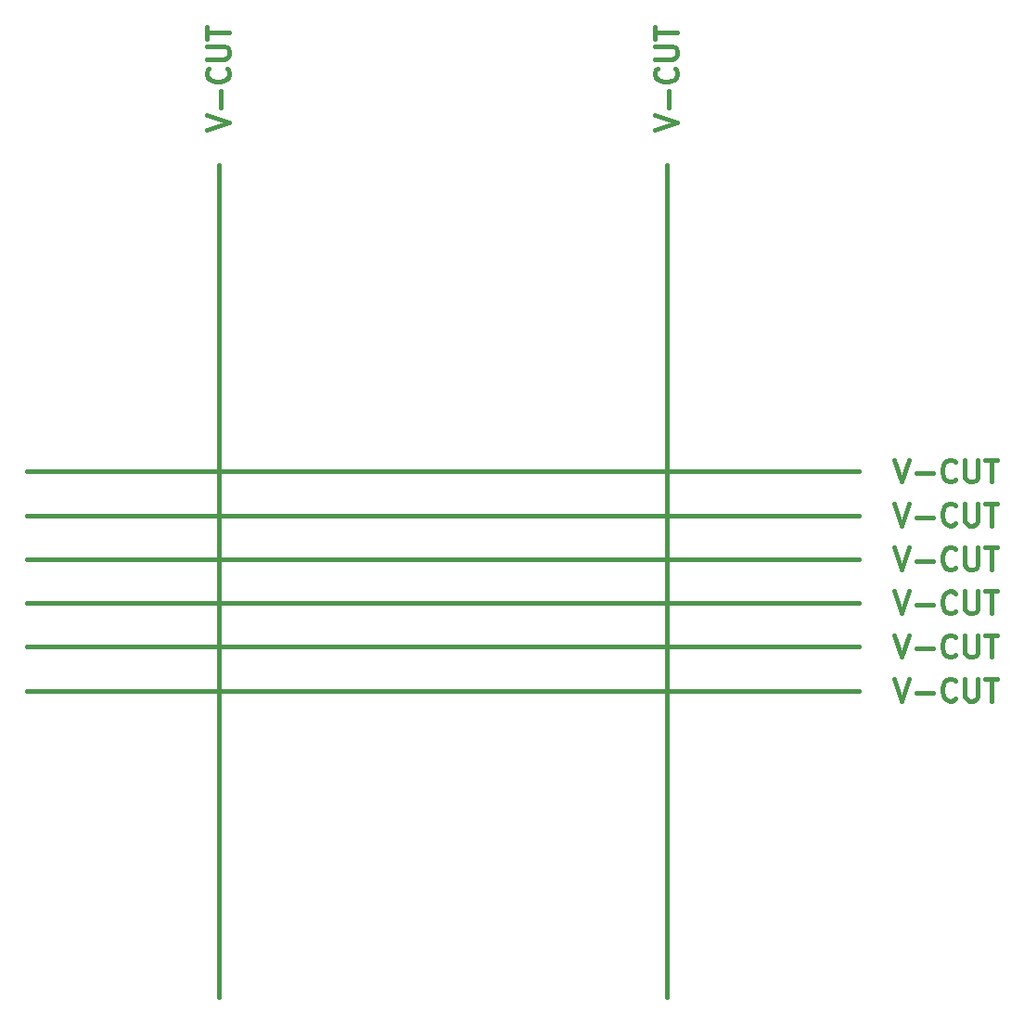
<source format=gbr>
G04 #@! TF.GenerationSoftware,KiCad,Pcbnew,7.0.2-6a45011f42~172~ubuntu22.04.1*
G04 #@! TF.CreationDate,2023-07-03T20:32:52+08:00*
G04 #@! TF.ProjectId,panel_5_1,70616e65-6c5f-4355-9f31-2e6b69636164,rev?*
G04 #@! TF.SameCoordinates,Original*
G04 #@! TF.FileFunction,Other,Comment*
%FSLAX46Y46*%
G04 Gerber Fmt 4.6, Leading zero omitted, Abs format (unit mm)*
G04 Created by KiCad (PCBNEW 7.0.2-6a45011f42~172~ubuntu22.04.1) date 2023-07-03 20:32:52*
%MOMM*%
%LPD*%
G01*
G04 APERTURE LIST*
%ADD10C,0.400000*%
G04 APERTURE END LIST*
D10*
X-3000000Y-25000000D02*
X73000000Y-25000000D01*
X14550000Y3000000D02*
X14550000Y-73000000D01*
X-3000000Y-29000000D02*
X73000000Y-29000000D01*
X-3000000Y-45000000D02*
X73000000Y-45000000D01*
X55450000Y3000000D02*
X55450000Y-73000000D01*
X-3000000Y-41000000D02*
X73000000Y-41000000D01*
X-3000000Y-33000000D02*
X73000000Y-33000000D01*
X-3000000Y-37000000D02*
X73000000Y-37000000D01*
X76190476Y-23925238D02*
X76857142Y-25925238D01*
X76857142Y-25925238D02*
X77523809Y-23925238D01*
X78190476Y-25163333D02*
X79714286Y-25163333D01*
X81809523Y-25734761D02*
X81714285Y-25830000D01*
X81714285Y-25830000D02*
X81428571Y-25925238D01*
X81428571Y-25925238D02*
X81238095Y-25925238D01*
X81238095Y-25925238D02*
X80952380Y-25830000D01*
X80952380Y-25830000D02*
X80761904Y-25639523D01*
X80761904Y-25639523D02*
X80666666Y-25449047D01*
X80666666Y-25449047D02*
X80571428Y-25068095D01*
X80571428Y-25068095D02*
X80571428Y-24782380D01*
X80571428Y-24782380D02*
X80666666Y-24401428D01*
X80666666Y-24401428D02*
X80761904Y-24210952D01*
X80761904Y-24210952D02*
X80952380Y-24020476D01*
X80952380Y-24020476D02*
X81238095Y-23925238D01*
X81238095Y-23925238D02*
X81428571Y-23925238D01*
X81428571Y-23925238D02*
X81714285Y-24020476D01*
X81714285Y-24020476D02*
X81809523Y-24115714D01*
X82666666Y-23925238D02*
X82666666Y-25544285D01*
X82666666Y-25544285D02*
X82761904Y-25734761D01*
X82761904Y-25734761D02*
X82857142Y-25830000D01*
X82857142Y-25830000D02*
X83047618Y-25925238D01*
X83047618Y-25925238D02*
X83428571Y-25925238D01*
X83428571Y-25925238D02*
X83619047Y-25830000D01*
X83619047Y-25830000D02*
X83714285Y-25734761D01*
X83714285Y-25734761D02*
X83809523Y-25544285D01*
X83809523Y-25544285D02*
X83809523Y-23925238D01*
X84476190Y-23925238D02*
X85619047Y-23925238D01*
X85047618Y-25925238D02*
X85047618Y-23925238D01*
X76190476Y-39925238D02*
X76857142Y-41925238D01*
X76857142Y-41925238D02*
X77523809Y-39925238D01*
X78190476Y-41163333D02*
X79714286Y-41163333D01*
X81809523Y-41734761D02*
X81714285Y-41830000D01*
X81714285Y-41830000D02*
X81428571Y-41925238D01*
X81428571Y-41925238D02*
X81238095Y-41925238D01*
X81238095Y-41925238D02*
X80952380Y-41830000D01*
X80952380Y-41830000D02*
X80761904Y-41639523D01*
X80761904Y-41639523D02*
X80666666Y-41449047D01*
X80666666Y-41449047D02*
X80571428Y-41068095D01*
X80571428Y-41068095D02*
X80571428Y-40782380D01*
X80571428Y-40782380D02*
X80666666Y-40401428D01*
X80666666Y-40401428D02*
X80761904Y-40210952D01*
X80761904Y-40210952D02*
X80952380Y-40020476D01*
X80952380Y-40020476D02*
X81238095Y-39925238D01*
X81238095Y-39925238D02*
X81428571Y-39925238D01*
X81428571Y-39925238D02*
X81714285Y-40020476D01*
X81714285Y-40020476D02*
X81809523Y-40115714D01*
X82666666Y-39925238D02*
X82666666Y-41544285D01*
X82666666Y-41544285D02*
X82761904Y-41734761D01*
X82761904Y-41734761D02*
X82857142Y-41830000D01*
X82857142Y-41830000D02*
X83047618Y-41925238D01*
X83047618Y-41925238D02*
X83428571Y-41925238D01*
X83428571Y-41925238D02*
X83619047Y-41830000D01*
X83619047Y-41830000D02*
X83714285Y-41734761D01*
X83714285Y-41734761D02*
X83809523Y-41544285D01*
X83809523Y-41544285D02*
X83809523Y-39925238D01*
X84476190Y-39925238D02*
X85619047Y-39925238D01*
X85047618Y-41925238D02*
X85047618Y-39925238D01*
X76190476Y-27925238D02*
X76857142Y-29925238D01*
X76857142Y-29925238D02*
X77523809Y-27925238D01*
X78190476Y-29163333D02*
X79714286Y-29163333D01*
X81809523Y-29734761D02*
X81714285Y-29830000D01*
X81714285Y-29830000D02*
X81428571Y-29925238D01*
X81428571Y-29925238D02*
X81238095Y-29925238D01*
X81238095Y-29925238D02*
X80952380Y-29830000D01*
X80952380Y-29830000D02*
X80761904Y-29639523D01*
X80761904Y-29639523D02*
X80666666Y-29449047D01*
X80666666Y-29449047D02*
X80571428Y-29068095D01*
X80571428Y-29068095D02*
X80571428Y-28782380D01*
X80571428Y-28782380D02*
X80666666Y-28401428D01*
X80666666Y-28401428D02*
X80761904Y-28210952D01*
X80761904Y-28210952D02*
X80952380Y-28020476D01*
X80952380Y-28020476D02*
X81238095Y-27925238D01*
X81238095Y-27925238D02*
X81428571Y-27925238D01*
X81428571Y-27925238D02*
X81714285Y-28020476D01*
X81714285Y-28020476D02*
X81809523Y-28115714D01*
X82666666Y-27925238D02*
X82666666Y-29544285D01*
X82666666Y-29544285D02*
X82761904Y-29734761D01*
X82761904Y-29734761D02*
X82857142Y-29830000D01*
X82857142Y-29830000D02*
X83047618Y-29925238D01*
X83047618Y-29925238D02*
X83428571Y-29925238D01*
X83428571Y-29925238D02*
X83619047Y-29830000D01*
X83619047Y-29830000D02*
X83714285Y-29734761D01*
X83714285Y-29734761D02*
X83809523Y-29544285D01*
X83809523Y-29544285D02*
X83809523Y-27925238D01*
X84476190Y-27925238D02*
X85619047Y-27925238D01*
X85047618Y-29925238D02*
X85047618Y-27925238D01*
X76190476Y-43925238D02*
X76857142Y-45925238D01*
X76857142Y-45925238D02*
X77523809Y-43925238D01*
X78190476Y-45163333D02*
X79714286Y-45163333D01*
X81809523Y-45734761D02*
X81714285Y-45830000D01*
X81714285Y-45830000D02*
X81428571Y-45925238D01*
X81428571Y-45925238D02*
X81238095Y-45925238D01*
X81238095Y-45925238D02*
X80952380Y-45830000D01*
X80952380Y-45830000D02*
X80761904Y-45639523D01*
X80761904Y-45639523D02*
X80666666Y-45449047D01*
X80666666Y-45449047D02*
X80571428Y-45068095D01*
X80571428Y-45068095D02*
X80571428Y-44782380D01*
X80571428Y-44782380D02*
X80666666Y-44401428D01*
X80666666Y-44401428D02*
X80761904Y-44210952D01*
X80761904Y-44210952D02*
X80952380Y-44020476D01*
X80952380Y-44020476D02*
X81238095Y-43925238D01*
X81238095Y-43925238D02*
X81428571Y-43925238D01*
X81428571Y-43925238D02*
X81714285Y-44020476D01*
X81714285Y-44020476D02*
X81809523Y-44115714D01*
X82666666Y-43925238D02*
X82666666Y-45544285D01*
X82666666Y-45544285D02*
X82761904Y-45734761D01*
X82761904Y-45734761D02*
X82857142Y-45830000D01*
X82857142Y-45830000D02*
X83047618Y-45925238D01*
X83047618Y-45925238D02*
X83428571Y-45925238D01*
X83428571Y-45925238D02*
X83619047Y-45830000D01*
X83619047Y-45830000D02*
X83714285Y-45734761D01*
X83714285Y-45734761D02*
X83809523Y-45544285D01*
X83809523Y-45544285D02*
X83809523Y-43925238D01*
X84476190Y-43925238D02*
X85619047Y-43925238D01*
X85047618Y-45925238D02*
X85047618Y-43925238D01*
X76190476Y-35925238D02*
X76857142Y-37925238D01*
X76857142Y-37925238D02*
X77523809Y-35925238D01*
X78190476Y-37163333D02*
X79714286Y-37163333D01*
X81809523Y-37734761D02*
X81714285Y-37830000D01*
X81714285Y-37830000D02*
X81428571Y-37925238D01*
X81428571Y-37925238D02*
X81238095Y-37925238D01*
X81238095Y-37925238D02*
X80952380Y-37830000D01*
X80952380Y-37830000D02*
X80761904Y-37639523D01*
X80761904Y-37639523D02*
X80666666Y-37449047D01*
X80666666Y-37449047D02*
X80571428Y-37068095D01*
X80571428Y-37068095D02*
X80571428Y-36782380D01*
X80571428Y-36782380D02*
X80666666Y-36401428D01*
X80666666Y-36401428D02*
X80761904Y-36210952D01*
X80761904Y-36210952D02*
X80952380Y-36020476D01*
X80952380Y-36020476D02*
X81238095Y-35925238D01*
X81238095Y-35925238D02*
X81428571Y-35925238D01*
X81428571Y-35925238D02*
X81714285Y-36020476D01*
X81714285Y-36020476D02*
X81809523Y-36115714D01*
X82666666Y-35925238D02*
X82666666Y-37544285D01*
X82666666Y-37544285D02*
X82761904Y-37734761D01*
X82761904Y-37734761D02*
X82857142Y-37830000D01*
X82857142Y-37830000D02*
X83047618Y-37925238D01*
X83047618Y-37925238D02*
X83428571Y-37925238D01*
X83428571Y-37925238D02*
X83619047Y-37830000D01*
X83619047Y-37830000D02*
X83714285Y-37734761D01*
X83714285Y-37734761D02*
X83809523Y-37544285D01*
X83809523Y-37544285D02*
X83809523Y-35925238D01*
X84476190Y-35925238D02*
X85619047Y-35925238D01*
X85047618Y-37925238D02*
X85047618Y-35925238D01*
X54375238Y6190477D02*
X56375238Y6857143D01*
X56375238Y6857143D02*
X54375238Y7523810D01*
X55613333Y8190477D02*
X55613333Y9714286D01*
X56184761Y11809524D02*
X56280000Y11714286D01*
X56280000Y11714286D02*
X56375238Y11428572D01*
X56375238Y11428572D02*
X56375238Y11238096D01*
X56375238Y11238096D02*
X56280000Y10952381D01*
X56280000Y10952381D02*
X56089523Y10761905D01*
X56089523Y10761905D02*
X55899047Y10666667D01*
X55899047Y10666667D02*
X55518095Y10571429D01*
X55518095Y10571429D02*
X55232380Y10571429D01*
X55232380Y10571429D02*
X54851428Y10666667D01*
X54851428Y10666667D02*
X54660952Y10761905D01*
X54660952Y10761905D02*
X54470476Y10952381D01*
X54470476Y10952381D02*
X54375238Y11238096D01*
X54375238Y11238096D02*
X54375238Y11428572D01*
X54375238Y11428572D02*
X54470476Y11714286D01*
X54470476Y11714286D02*
X54565714Y11809524D01*
X54375238Y12666667D02*
X55994285Y12666667D01*
X55994285Y12666667D02*
X56184761Y12761905D01*
X56184761Y12761905D02*
X56280000Y12857143D01*
X56280000Y12857143D02*
X56375238Y13047619D01*
X56375238Y13047619D02*
X56375238Y13428572D01*
X56375238Y13428572D02*
X56280000Y13619048D01*
X56280000Y13619048D02*
X56184761Y13714286D01*
X56184761Y13714286D02*
X55994285Y13809524D01*
X55994285Y13809524D02*
X54375238Y13809524D01*
X54375238Y14476191D02*
X54375238Y15619048D01*
X56375238Y15047619D02*
X54375238Y15047619D01*
X13475238Y6190477D02*
X15475238Y6857143D01*
X15475238Y6857143D02*
X13475238Y7523810D01*
X14713333Y8190477D02*
X14713333Y9714286D01*
X15284761Y11809524D02*
X15380000Y11714286D01*
X15380000Y11714286D02*
X15475238Y11428572D01*
X15475238Y11428572D02*
X15475238Y11238096D01*
X15475238Y11238096D02*
X15380000Y10952381D01*
X15380000Y10952381D02*
X15189523Y10761905D01*
X15189523Y10761905D02*
X14999047Y10666667D01*
X14999047Y10666667D02*
X14618095Y10571429D01*
X14618095Y10571429D02*
X14332380Y10571429D01*
X14332380Y10571429D02*
X13951428Y10666667D01*
X13951428Y10666667D02*
X13760952Y10761905D01*
X13760952Y10761905D02*
X13570476Y10952381D01*
X13570476Y10952381D02*
X13475238Y11238096D01*
X13475238Y11238096D02*
X13475238Y11428572D01*
X13475238Y11428572D02*
X13570476Y11714286D01*
X13570476Y11714286D02*
X13665714Y11809524D01*
X13475238Y12666667D02*
X15094285Y12666667D01*
X15094285Y12666667D02*
X15284761Y12761905D01*
X15284761Y12761905D02*
X15380000Y12857143D01*
X15380000Y12857143D02*
X15475238Y13047619D01*
X15475238Y13047619D02*
X15475238Y13428572D01*
X15475238Y13428572D02*
X15380000Y13619048D01*
X15380000Y13619048D02*
X15284761Y13714286D01*
X15284761Y13714286D02*
X15094285Y13809524D01*
X15094285Y13809524D02*
X13475238Y13809524D01*
X13475238Y14476191D02*
X13475238Y15619048D01*
X15475238Y15047619D02*
X13475238Y15047619D01*
X76190476Y-31925238D02*
X76857142Y-33925238D01*
X76857142Y-33925238D02*
X77523809Y-31925238D01*
X78190476Y-33163333D02*
X79714286Y-33163333D01*
X81809523Y-33734761D02*
X81714285Y-33830000D01*
X81714285Y-33830000D02*
X81428571Y-33925238D01*
X81428571Y-33925238D02*
X81238095Y-33925238D01*
X81238095Y-33925238D02*
X80952380Y-33830000D01*
X80952380Y-33830000D02*
X80761904Y-33639523D01*
X80761904Y-33639523D02*
X80666666Y-33449047D01*
X80666666Y-33449047D02*
X80571428Y-33068095D01*
X80571428Y-33068095D02*
X80571428Y-32782380D01*
X80571428Y-32782380D02*
X80666666Y-32401428D01*
X80666666Y-32401428D02*
X80761904Y-32210952D01*
X80761904Y-32210952D02*
X80952380Y-32020476D01*
X80952380Y-32020476D02*
X81238095Y-31925238D01*
X81238095Y-31925238D02*
X81428571Y-31925238D01*
X81428571Y-31925238D02*
X81714285Y-32020476D01*
X81714285Y-32020476D02*
X81809523Y-32115714D01*
X82666666Y-31925238D02*
X82666666Y-33544285D01*
X82666666Y-33544285D02*
X82761904Y-33734761D01*
X82761904Y-33734761D02*
X82857142Y-33830000D01*
X82857142Y-33830000D02*
X83047618Y-33925238D01*
X83047618Y-33925238D02*
X83428571Y-33925238D01*
X83428571Y-33925238D02*
X83619047Y-33830000D01*
X83619047Y-33830000D02*
X83714285Y-33734761D01*
X83714285Y-33734761D02*
X83809523Y-33544285D01*
X83809523Y-33544285D02*
X83809523Y-31925238D01*
X84476190Y-31925238D02*
X85619047Y-31925238D01*
X85047618Y-33925238D02*
X85047618Y-31925238D01*
M02*

</source>
